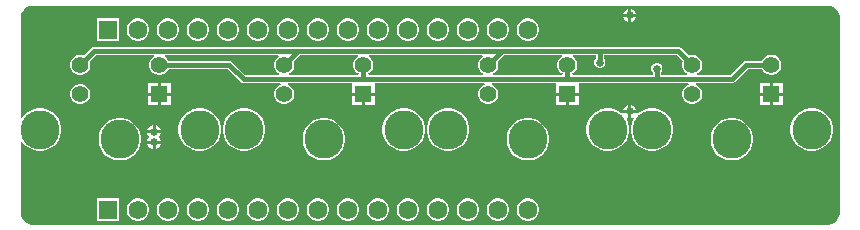
<source format=gbr>
%TF.GenerationSoftware,Altium Limited,Altium Designer,25.6.2 (33)*%
G04 Layer_Physical_Order=1*
G04 Layer_Color=255*
%FSLAX45Y45*%
%MOMM*%
%TF.SameCoordinates,5DA55B6F-82E9-41E6-B114-64E7E2ADA8B0*%
%TF.FilePolarity,Positive*%
%TF.FileFunction,Copper,L1,Top,Signal*%
%TF.Part,Single*%
G01*
G75*
%TA.AperFunction,Conductor*%
%ADD10C,0.38100*%
%ADD11C,0.25400*%
%TA.AperFunction,ComponentPad*%
%ADD12R,1.39800X1.39800*%
%ADD13C,1.59000*%
%ADD14R,1.59000X1.59000*%
%ADD15C,3.30600*%
%ADD16C,1.39800*%
%TA.AperFunction,ViaPad*%
%ADD17C,0.63500*%
G36*
X6858000Y1879103D02*
X6867958Y1879103D01*
X6887490Y1875218D01*
X6905891Y1867596D01*
X6922449Y1856532D01*
X6936532Y1842449D01*
X6947596Y1825891D01*
X6955218Y1807491D01*
X6959103Y1787957D01*
X6959104Y1777999D01*
X6959103Y127000D01*
X6959103Y117042D01*
X6955218Y97510D01*
X6947596Y79109D01*
X6936532Y62550D01*
X6922449Y48467D01*
X6905891Y37403D01*
X6887491Y29782D01*
X6867958Y25896D01*
X117042D01*
X97509Y29782D01*
X79109Y37403D01*
X62550Y48468D01*
X48467Y62550D01*
X37403Y79109D01*
X29781Y97509D01*
X25896Y117042D01*
Y127000D01*
Y724916D01*
X38596Y728769D01*
X47552Y715366D01*
X72666Y690252D01*
X102196Y670520D01*
X135009Y656929D01*
X169842Y650000D01*
X205358D01*
X240192Y656929D01*
X273004Y670520D01*
X302535Y690252D01*
X327648Y715366D01*
X347380Y744896D01*
X360971Y777709D01*
X367900Y812542D01*
Y848058D01*
X360971Y882892D01*
X347380Y915704D01*
X327648Y945235D01*
X302535Y970348D01*
X273004Y990080D01*
X240192Y1003671D01*
X205358Y1010600D01*
X169842D01*
X135009Y1003671D01*
X102196Y990080D01*
X72666Y970348D01*
X47552Y945235D01*
X38596Y931832D01*
X25896Y935684D01*
X25896Y1778000D01*
Y1787958D01*
X29782Y1807490D01*
X37403Y1825890D01*
X48467Y1842449D01*
X62550Y1856532D01*
X79109Y1867596D01*
X97509Y1875218D01*
X117042Y1879103D01*
X127001Y1879104D01*
X6858000Y1879103D01*
D02*
G37*
%LPC*%
G36*
X5193265Y1853485D02*
Y1809587D01*
X5237164D01*
X5229015Y1829260D01*
X5212938Y1845336D01*
X5193265Y1853485D01*
D02*
G37*
G36*
X5167865D02*
X5148193Y1845336D01*
X5132116Y1829260D01*
X5123967Y1809587D01*
X5167865D01*
Y1853485D01*
D02*
G37*
G36*
X5237164Y1784187D02*
X5193265D01*
Y1740289D01*
X5212938Y1748437D01*
X5229015Y1764514D01*
X5237164Y1784187D01*
D02*
G37*
G36*
X5167865D02*
X5123967D01*
X5132116Y1764514D01*
X5148193Y1748437D01*
X5167865Y1740289D01*
Y1784187D01*
D02*
G37*
G36*
X4330441Y1770900D02*
X4305559D01*
X4281524Y1764460D01*
X4259976Y1752019D01*
X4242381Y1734424D01*
X4229940Y1712876D01*
X4223500Y1688841D01*
Y1663959D01*
X4229940Y1639924D01*
X4242381Y1618376D01*
X4259976Y1600781D01*
X4281524Y1588340D01*
X4305559Y1581900D01*
X4330441D01*
X4354476Y1588340D01*
X4376024Y1600781D01*
X4393619Y1618376D01*
X4406060Y1639924D01*
X4412500Y1663959D01*
Y1688841D01*
X4406060Y1712876D01*
X4393619Y1734424D01*
X4376024Y1752019D01*
X4354476Y1764460D01*
X4330441Y1770900D01*
D02*
G37*
G36*
X4076441D02*
X4051559D01*
X4027524Y1764460D01*
X4005976Y1752019D01*
X3988381Y1734424D01*
X3975940Y1712876D01*
X3969500Y1688841D01*
Y1663959D01*
X3975940Y1639924D01*
X3988381Y1618376D01*
X4005976Y1600781D01*
X4027524Y1588340D01*
X4051559Y1581900D01*
X4076441D01*
X4100476Y1588340D01*
X4122024Y1600781D01*
X4139619Y1618376D01*
X4152060Y1639924D01*
X4158500Y1663959D01*
Y1688841D01*
X4152060Y1712876D01*
X4139619Y1734424D01*
X4122024Y1752019D01*
X4100476Y1764460D01*
X4076441Y1770900D01*
D02*
G37*
G36*
X3822441D02*
X3797559D01*
X3773524Y1764460D01*
X3751976Y1752019D01*
X3734381Y1734424D01*
X3721940Y1712876D01*
X3715500Y1688841D01*
Y1663959D01*
X3721940Y1639924D01*
X3734381Y1618376D01*
X3751976Y1600781D01*
X3773524Y1588340D01*
X3797559Y1581900D01*
X3822441D01*
X3846476Y1588340D01*
X3868024Y1600781D01*
X3885619Y1618376D01*
X3898060Y1639924D01*
X3904500Y1663959D01*
Y1688841D01*
X3898060Y1712876D01*
X3885619Y1734424D01*
X3868024Y1752019D01*
X3846476Y1764460D01*
X3822441Y1770900D01*
D02*
G37*
G36*
X3568441D02*
X3543559D01*
X3519524Y1764460D01*
X3497976Y1752019D01*
X3480381Y1734424D01*
X3467940Y1712876D01*
X3461500Y1688841D01*
Y1663959D01*
X3467940Y1639924D01*
X3480381Y1618376D01*
X3497976Y1600781D01*
X3519524Y1588340D01*
X3543559Y1581900D01*
X3568441D01*
X3592476Y1588340D01*
X3614024Y1600781D01*
X3631619Y1618376D01*
X3644060Y1639924D01*
X3650500Y1663959D01*
Y1688841D01*
X3644060Y1712876D01*
X3631619Y1734424D01*
X3614024Y1752019D01*
X3592476Y1764460D01*
X3568441Y1770900D01*
D02*
G37*
G36*
X3314441D02*
X3289559D01*
X3265524Y1764460D01*
X3243976Y1752019D01*
X3226381Y1734424D01*
X3213940Y1712876D01*
X3207500Y1688841D01*
Y1663959D01*
X3213940Y1639924D01*
X3226381Y1618376D01*
X3243976Y1600781D01*
X3265524Y1588340D01*
X3289559Y1581900D01*
X3314441D01*
X3338476Y1588340D01*
X3360024Y1600781D01*
X3377619Y1618376D01*
X3390060Y1639924D01*
X3396500Y1663959D01*
Y1688841D01*
X3390060Y1712876D01*
X3377619Y1734424D01*
X3360024Y1752019D01*
X3338476Y1764460D01*
X3314441Y1770900D01*
D02*
G37*
G36*
X3060441D02*
X3035559D01*
X3011524Y1764460D01*
X2989976Y1752019D01*
X2972381Y1734424D01*
X2959940Y1712876D01*
X2953500Y1688841D01*
Y1663959D01*
X2959940Y1639924D01*
X2972381Y1618376D01*
X2989976Y1600781D01*
X3011524Y1588340D01*
X3035559Y1581900D01*
X3060441D01*
X3084476Y1588340D01*
X3106024Y1600781D01*
X3123619Y1618376D01*
X3136060Y1639924D01*
X3142500Y1663959D01*
Y1688841D01*
X3136060Y1712876D01*
X3123619Y1734424D01*
X3106024Y1752019D01*
X3084476Y1764460D01*
X3060441Y1770900D01*
D02*
G37*
G36*
X2806441D02*
X2781559D01*
X2757524Y1764460D01*
X2735976Y1752019D01*
X2718381Y1734424D01*
X2705940Y1712876D01*
X2699500Y1688841D01*
Y1663959D01*
X2705940Y1639924D01*
X2718381Y1618376D01*
X2735976Y1600781D01*
X2757524Y1588340D01*
X2781559Y1581900D01*
X2806441D01*
X2830476Y1588340D01*
X2852024Y1600781D01*
X2869619Y1618376D01*
X2882060Y1639924D01*
X2888500Y1663959D01*
Y1688841D01*
X2882060Y1712876D01*
X2869619Y1734424D01*
X2852024Y1752019D01*
X2830476Y1764460D01*
X2806441Y1770900D01*
D02*
G37*
G36*
X2552441D02*
X2527559D01*
X2503524Y1764460D01*
X2481976Y1752019D01*
X2464381Y1734424D01*
X2451940Y1712876D01*
X2445500Y1688841D01*
Y1663959D01*
X2451940Y1639924D01*
X2464381Y1618376D01*
X2481976Y1600781D01*
X2503524Y1588340D01*
X2527559Y1581900D01*
X2552441D01*
X2576476Y1588340D01*
X2598024Y1600781D01*
X2615619Y1618376D01*
X2628060Y1639924D01*
X2634500Y1663959D01*
Y1688841D01*
X2628060Y1712876D01*
X2615619Y1734424D01*
X2598024Y1752019D01*
X2576476Y1764460D01*
X2552441Y1770900D01*
D02*
G37*
G36*
X2298441D02*
X2273559D01*
X2249524Y1764460D01*
X2227976Y1752019D01*
X2210381Y1734424D01*
X2197940Y1712876D01*
X2191500Y1688841D01*
Y1663959D01*
X2197940Y1639924D01*
X2210381Y1618376D01*
X2227976Y1600781D01*
X2249524Y1588340D01*
X2273559Y1581900D01*
X2298441D01*
X2322476Y1588340D01*
X2344024Y1600781D01*
X2361619Y1618376D01*
X2374060Y1639924D01*
X2380500Y1663959D01*
Y1688841D01*
X2374060Y1712876D01*
X2361619Y1734424D01*
X2344024Y1752019D01*
X2322476Y1764460D01*
X2298441Y1770900D01*
D02*
G37*
G36*
X2044441D02*
X2019559D01*
X1995524Y1764460D01*
X1973976Y1752019D01*
X1956381Y1734424D01*
X1943940Y1712876D01*
X1937500Y1688841D01*
Y1663959D01*
X1943940Y1639924D01*
X1956381Y1618376D01*
X1973976Y1600781D01*
X1995524Y1588340D01*
X2019559Y1581900D01*
X2044441D01*
X2068476Y1588340D01*
X2090024Y1600781D01*
X2107619Y1618376D01*
X2120060Y1639924D01*
X2126500Y1663959D01*
Y1688841D01*
X2120060Y1712876D01*
X2107619Y1734424D01*
X2090024Y1752019D01*
X2068476Y1764460D01*
X2044441Y1770900D01*
D02*
G37*
G36*
X1790441D02*
X1765559D01*
X1741524Y1764460D01*
X1719976Y1752019D01*
X1702381Y1734424D01*
X1689940Y1712876D01*
X1683500Y1688841D01*
Y1663959D01*
X1689940Y1639924D01*
X1702381Y1618376D01*
X1719976Y1600781D01*
X1741524Y1588340D01*
X1765559Y1581900D01*
X1790441D01*
X1814476Y1588340D01*
X1836024Y1600781D01*
X1853619Y1618376D01*
X1866060Y1639924D01*
X1872500Y1663959D01*
Y1688841D01*
X1866060Y1712876D01*
X1853619Y1734424D01*
X1836024Y1752019D01*
X1814476Y1764460D01*
X1790441Y1770900D01*
D02*
G37*
G36*
X1536441D02*
X1511559D01*
X1487524Y1764460D01*
X1465976Y1752019D01*
X1448381Y1734424D01*
X1435940Y1712876D01*
X1429500Y1688841D01*
Y1663959D01*
X1435940Y1639924D01*
X1448381Y1618376D01*
X1465976Y1600781D01*
X1487524Y1588340D01*
X1511559Y1581900D01*
X1536441D01*
X1560476Y1588340D01*
X1582024Y1600781D01*
X1599619Y1618376D01*
X1612060Y1639924D01*
X1618500Y1663959D01*
Y1688841D01*
X1612060Y1712876D01*
X1599619Y1734424D01*
X1582024Y1752019D01*
X1560476Y1764460D01*
X1536441Y1770900D01*
D02*
G37*
G36*
X1282441D02*
X1257559D01*
X1233524Y1764460D01*
X1211976Y1752019D01*
X1194381Y1734424D01*
X1181940Y1712876D01*
X1175500Y1688841D01*
Y1663959D01*
X1181940Y1639924D01*
X1194381Y1618376D01*
X1211976Y1600781D01*
X1233524Y1588340D01*
X1257559Y1581900D01*
X1282441D01*
X1306476Y1588340D01*
X1328024Y1600781D01*
X1345619Y1618376D01*
X1358060Y1639924D01*
X1364500Y1663959D01*
Y1688841D01*
X1358060Y1712876D01*
X1345619Y1734424D01*
X1328024Y1752019D01*
X1306476Y1764460D01*
X1282441Y1770900D01*
D02*
G37*
G36*
X1028441D02*
X1003559D01*
X979524Y1764460D01*
X957976Y1752019D01*
X940381Y1734424D01*
X927940Y1712876D01*
X921500Y1688841D01*
Y1663959D01*
X927940Y1639924D01*
X940381Y1618376D01*
X957976Y1600781D01*
X979524Y1588340D01*
X1003559Y1581900D01*
X1028441D01*
X1052476Y1588340D01*
X1074024Y1600781D01*
X1091619Y1618376D01*
X1104060Y1639924D01*
X1110500Y1663959D01*
Y1688841D01*
X1104060Y1712876D01*
X1091619Y1734424D01*
X1074024Y1752019D01*
X1052476Y1764460D01*
X1028441Y1770900D01*
D02*
G37*
G36*
X856500D02*
X667500D01*
Y1581900D01*
X856500D01*
Y1770900D01*
D02*
G37*
G36*
X5591100Y1533117D02*
X647700D01*
X634414Y1530474D01*
X623151Y1522949D01*
X559199Y1458996D01*
X539777Y1464200D01*
X517423D01*
X495830Y1458414D01*
X476470Y1447237D01*
X460663Y1431430D01*
X449486Y1412070D01*
X443700Y1390477D01*
Y1368123D01*
X449486Y1346530D01*
X460663Y1327170D01*
X476470Y1311363D01*
X495830Y1300186D01*
X517423Y1294400D01*
X539777D01*
X561370Y1300186D01*
X580730Y1311363D01*
X596537Y1327170D01*
X607714Y1346530D01*
X613500Y1368123D01*
Y1390477D01*
X608296Y1409899D01*
X662080Y1463683D01*
X1149556D01*
X1152959Y1450983D01*
X1146470Y1447237D01*
X1130663Y1431430D01*
X1119486Y1412070D01*
X1113700Y1390477D01*
Y1368123D01*
X1119486Y1346530D01*
X1130663Y1327170D01*
X1146470Y1311363D01*
X1165830Y1300186D01*
X1187423Y1294400D01*
X1209777D01*
X1231370Y1300186D01*
X1250730Y1311363D01*
X1266537Y1327170D01*
X1276590Y1344583D01*
X1776240D01*
X1888071Y1232751D01*
X1899334Y1225226D01*
X1912620Y1222583D01*
X2223108D01*
X2224780Y1209883D01*
X2223030Y1209414D01*
X2203670Y1198237D01*
X2187863Y1182430D01*
X2176686Y1163070D01*
X2170900Y1141477D01*
Y1119123D01*
X2176686Y1097530D01*
X2187863Y1078170D01*
X2203670Y1062363D01*
X2223030Y1051186D01*
X2244623Y1045400D01*
X2266977D01*
X2288570Y1051186D01*
X2307930Y1062363D01*
X2323737Y1078170D01*
X2334914Y1097530D01*
X2340700Y1119123D01*
Y1141477D01*
X2334914Y1163070D01*
X2323737Y1182430D01*
X2307930Y1198237D01*
X2288570Y1209414D01*
X2286820Y1209883D01*
X2288492Y1222583D01*
X2830500D01*
Y1143000D01*
X2925800D01*
X3021100D01*
Y1222583D01*
X3950308D01*
X3951980Y1209883D01*
X3950230Y1209414D01*
X3930870Y1198237D01*
X3915063Y1182430D01*
X3903886Y1163070D01*
X3898100Y1141477D01*
Y1119123D01*
X3903886Y1097530D01*
X3915063Y1078170D01*
X3930870Y1062363D01*
X3950230Y1051186D01*
X3971823Y1045400D01*
X3994177D01*
X4015770Y1051186D01*
X4035130Y1062363D01*
X4050937Y1078170D01*
X4062114Y1097530D01*
X4067900Y1119123D01*
Y1141477D01*
X4062114Y1163070D01*
X4050937Y1182430D01*
X4035130Y1198237D01*
X4015770Y1209414D01*
X4014020Y1209883D01*
X4015692Y1222583D01*
X4557700D01*
Y1143000D01*
X4653000D01*
Y1130300D01*
D01*
Y1143000D01*
X4748300D01*
Y1222583D01*
X5677508D01*
X5679180Y1209883D01*
X5677430Y1209414D01*
X5658070Y1198237D01*
X5642263Y1182430D01*
X5631086Y1163070D01*
X5625300Y1141477D01*
Y1119123D01*
X5631086Y1097530D01*
X5642263Y1078170D01*
X5658070Y1062363D01*
X5677430Y1051186D01*
X5699023Y1045400D01*
X5721377D01*
X5742970Y1051186D01*
X5762330Y1062363D01*
X5778137Y1078170D01*
X5789314Y1097530D01*
X5795100Y1119123D01*
Y1141477D01*
X5789314Y1163070D01*
X5778137Y1182430D01*
X5762330Y1198237D01*
X5742970Y1209414D01*
X5741220Y1209883D01*
X5742892Y1222583D01*
X6045200D01*
X6058486Y1225226D01*
X6069749Y1232751D01*
X6181580Y1344583D01*
X6302210D01*
X6312263Y1327170D01*
X6328070Y1311363D01*
X6347430Y1300186D01*
X6369023Y1294400D01*
X6391377D01*
X6412970Y1300186D01*
X6432330Y1311363D01*
X6448137Y1327170D01*
X6459314Y1346530D01*
X6465100Y1368123D01*
Y1390477D01*
X6459314Y1412070D01*
X6448137Y1431430D01*
X6432330Y1447237D01*
X6412970Y1458414D01*
X6391377Y1464200D01*
X6369023D01*
X6347430Y1458414D01*
X6328070Y1447237D01*
X6312263Y1431430D01*
X6302210Y1414017D01*
X6167200D01*
X6153914Y1411374D01*
X6142651Y1403849D01*
X6030820Y1292017D01*
X5754221D01*
X5750818Y1304717D01*
X5762330Y1311363D01*
X5778137Y1327170D01*
X5789314Y1346530D01*
X5795100Y1368123D01*
Y1390477D01*
X5789314Y1412070D01*
X5778137Y1431430D01*
X5762330Y1447237D01*
X5742970Y1458414D01*
X5721377Y1464200D01*
X5699023D01*
X5679601Y1458996D01*
X5615648Y1522949D01*
X5604386Y1530474D01*
X5591100Y1533117D01*
D02*
G37*
G36*
X6475500Y1225600D02*
X6392900D01*
Y1143000D01*
X6475500D01*
Y1225600D01*
D02*
G37*
G36*
X1293900D02*
X1211300D01*
Y1143000D01*
X1293900D01*
Y1225600D01*
D02*
G37*
G36*
X6367500D02*
X6284900D01*
Y1143000D01*
X6367500D01*
Y1225600D01*
D02*
G37*
G36*
X1185900D02*
X1103300D01*
Y1143000D01*
X1185900D01*
Y1225600D01*
D02*
G37*
G36*
X539777Y1215200D02*
X517423D01*
X495830Y1209414D01*
X476470Y1198237D01*
X460663Y1182430D01*
X449486Y1163070D01*
X443700Y1141477D01*
Y1119123D01*
X449486Y1097530D01*
X460663Y1078170D01*
X476470Y1062363D01*
X495830Y1051186D01*
X517423Y1045400D01*
X539777D01*
X561370Y1051186D01*
X580730Y1062363D01*
X596537Y1078170D01*
X607714Y1097530D01*
X613500Y1119123D01*
Y1141477D01*
X607714Y1163070D01*
X596537Y1182430D01*
X580730Y1198237D01*
X561370Y1209414D01*
X539777Y1215200D01*
D02*
G37*
G36*
X6475500Y1117600D02*
X6392900D01*
Y1035000D01*
X6475500D01*
Y1117600D01*
D02*
G37*
G36*
X6367500D02*
X6284900D01*
Y1035000D01*
X6367500D01*
Y1117600D01*
D02*
G37*
G36*
X4748300D02*
X4665700D01*
Y1035000D01*
X4748300D01*
Y1117600D01*
D02*
G37*
G36*
X4640300D02*
X4557700D01*
Y1035000D01*
X4640300D01*
Y1117600D01*
D02*
G37*
G36*
X3021100D02*
X2938500D01*
Y1035000D01*
X3021100D01*
Y1117600D01*
D02*
G37*
G36*
X2913100D02*
X2830500D01*
Y1035000D01*
X2913100D01*
Y1117600D01*
D02*
G37*
G36*
X1293900D02*
X1211300D01*
Y1035000D01*
X1293900D01*
Y1117600D01*
D02*
G37*
G36*
X1185900D02*
X1103300D01*
Y1035000D01*
X1185900D01*
Y1117600D01*
D02*
G37*
G36*
X5193265Y1040685D02*
Y996787D01*
X5237164D01*
X5229015Y1016460D01*
X5212938Y1032536D01*
X5193265Y1040685D01*
D02*
G37*
G36*
X5167865D02*
X5148193Y1032536D01*
X5132116Y1016460D01*
X5123967Y996787D01*
X5167865D01*
Y1040685D01*
D02*
G37*
G36*
X5386958Y1010600D02*
X5351442D01*
X5316609Y1003671D01*
X5283796Y990080D01*
X5254266Y970348D01*
X5247803Y963886D01*
X5237036Y971080D01*
X5237164Y971387D01*
X5193265D01*
Y927489D01*
X5205371Y932503D01*
X5213790Y922244D01*
X5209420Y915704D01*
X5195829Y882892D01*
X5188900Y848058D01*
Y812542D01*
X5195829Y777709D01*
X5209420Y744896D01*
X5229152Y715366D01*
X5254266Y690252D01*
X5283796Y670520D01*
X5316609Y656929D01*
X5351442Y650000D01*
X5386958D01*
X5421792Y656929D01*
X5454604Y670520D01*
X5484135Y690252D01*
X5509248Y715366D01*
X5528980Y744896D01*
X5542571Y777709D01*
X5549500Y812542D01*
Y848058D01*
X5542571Y882892D01*
X5528980Y915704D01*
X5509248Y945235D01*
X5484135Y970348D01*
X5454604Y990080D01*
X5421792Y1003671D01*
X5386958Y1010600D01*
D02*
G37*
G36*
X5011758D02*
X4976242D01*
X4941408Y1003671D01*
X4908596Y990080D01*
X4879065Y970348D01*
X4853952Y945235D01*
X4834220Y915704D01*
X4820629Y882892D01*
X4813700Y848058D01*
Y812542D01*
X4820629Y777709D01*
X4834220Y744896D01*
X4853952Y715366D01*
X4879065Y690252D01*
X4908596Y670520D01*
X4941408Y656929D01*
X4976242Y650000D01*
X5011758D01*
X5046591Y656929D01*
X5079404Y670520D01*
X5108934Y690252D01*
X5134048Y715366D01*
X5153780Y744896D01*
X5167371Y777709D01*
X5174300Y812542D01*
Y848058D01*
X5167371Y882892D01*
X5153780Y915704D01*
X5150202Y921059D01*
X5158621Y931318D01*
X5167865Y927489D01*
Y971387D01*
X5120507D01*
X5120502Y971382D01*
X5111865Y967418D01*
X5108934Y970348D01*
X5079404Y990080D01*
X5046591Y1003671D01*
X5011758Y1010600D01*
D02*
G37*
G36*
X1166900Y868358D02*
Y824460D01*
X1210798D01*
X1202650Y844133D01*
X1186573Y860209D01*
X1166900Y868358D01*
D02*
G37*
G36*
X1141500D02*
X1121827Y860209D01*
X1105751Y844133D01*
X1097602Y824460D01*
X1141500D01*
Y868358D01*
D02*
G37*
G36*
X1210798Y799060D02*
X1097602D01*
X1105751Y779387D01*
X1116788Y768350D01*
X1104711Y756273D01*
X1096562Y736600D01*
X1209758D01*
X1201609Y756273D01*
X1190572Y767310D01*
X1202650Y779387D01*
X1210798Y799060D01*
D02*
G37*
G36*
X1209758Y711200D02*
X1165860D01*
Y667302D01*
X1185533Y675451D01*
X1201609Y691527D01*
X1209758Y711200D01*
D02*
G37*
G36*
X1140460D02*
X1096562D01*
X1104711Y691527D01*
X1120787Y675451D01*
X1140460Y667302D01*
Y711200D01*
D02*
G37*
G36*
X6738958Y1010600D02*
X6703442D01*
X6668608Y1003671D01*
X6635796Y990080D01*
X6606265Y970348D01*
X6581152Y945235D01*
X6561420Y915704D01*
X6547829Y882892D01*
X6540900Y848058D01*
Y812542D01*
X6547829Y777709D01*
X6561420Y744896D01*
X6581152Y715366D01*
X6606265Y690252D01*
X6635796Y670520D01*
X6668608Y656929D01*
X6703442Y650000D01*
X6738958D01*
X6773791Y656929D01*
X6806604Y670520D01*
X6836134Y690252D01*
X6861248Y715366D01*
X6880980Y744896D01*
X6894571Y777709D01*
X6901500Y812542D01*
Y848058D01*
X6894571Y882892D01*
X6880980Y915704D01*
X6861248Y945235D01*
X6836134Y970348D01*
X6806604Y990080D01*
X6773791Y1003671D01*
X6738958Y1010600D01*
D02*
G37*
G36*
X3659758D02*
X3624242D01*
X3589409Y1003671D01*
X3556596Y990080D01*
X3527066Y970348D01*
X3501952Y945235D01*
X3482220Y915704D01*
X3468629Y882892D01*
X3461700Y848058D01*
Y812542D01*
X3468629Y777709D01*
X3482220Y744896D01*
X3501952Y715366D01*
X3527066Y690252D01*
X3556596Y670520D01*
X3589409Y656929D01*
X3624242Y650000D01*
X3659758D01*
X3694592Y656929D01*
X3727404Y670520D01*
X3756935Y690252D01*
X3782048Y715366D01*
X3801780Y744896D01*
X3815371Y777709D01*
X3822300Y812542D01*
Y848058D01*
X3815371Y882892D01*
X3801780Y915704D01*
X3782048Y945235D01*
X3756935Y970348D01*
X3727404Y990080D01*
X3694592Y1003671D01*
X3659758Y1010600D01*
D02*
G37*
G36*
X3284558D02*
X3249042D01*
X3214208Y1003671D01*
X3181396Y990080D01*
X3151865Y970348D01*
X3126752Y945235D01*
X3107020Y915704D01*
X3093429Y882892D01*
X3086500Y848058D01*
Y812542D01*
X3093429Y777709D01*
X3107020Y744896D01*
X3126752Y715366D01*
X3151865Y690252D01*
X3181396Y670520D01*
X3214208Y656929D01*
X3249042Y650000D01*
X3284558D01*
X3319391Y656929D01*
X3352204Y670520D01*
X3381734Y690252D01*
X3406848Y715366D01*
X3426580Y744896D01*
X3440171Y777709D01*
X3447100Y812542D01*
Y848058D01*
X3440171Y882892D01*
X3426580Y915704D01*
X3406848Y945235D01*
X3381734Y970348D01*
X3352204Y990080D01*
X3319391Y1003671D01*
X3284558Y1010600D01*
D02*
G37*
G36*
X1932558D02*
X1897042D01*
X1862209Y1003671D01*
X1829396Y990080D01*
X1799866Y970348D01*
X1774752Y945235D01*
X1755020Y915704D01*
X1741429Y882892D01*
X1734500Y848058D01*
Y812542D01*
X1741429Y777709D01*
X1755020Y744896D01*
X1774752Y715366D01*
X1799866Y690252D01*
X1829396Y670520D01*
X1862209Y656929D01*
X1897042Y650000D01*
X1932558D01*
X1967392Y656929D01*
X2000204Y670520D01*
X2029735Y690252D01*
X2054848Y715366D01*
X2074580Y744896D01*
X2088171Y777709D01*
X2095100Y812542D01*
Y848058D01*
X2088171Y882892D01*
X2074580Y915704D01*
X2054848Y945235D01*
X2029735Y970348D01*
X2000204Y990080D01*
X1967392Y1003671D01*
X1932558Y1010600D01*
D02*
G37*
G36*
X1557358D02*
X1521842D01*
X1487008Y1003671D01*
X1454196Y990080D01*
X1424665Y970348D01*
X1399552Y945235D01*
X1379820Y915704D01*
X1366229Y882892D01*
X1359300Y848058D01*
Y812542D01*
X1366229Y777709D01*
X1379820Y744896D01*
X1399552Y715366D01*
X1424665Y690252D01*
X1454196Y670520D01*
X1487008Y656929D01*
X1521842Y650000D01*
X1557358D01*
X1592191Y656929D01*
X1625004Y670520D01*
X1654534Y690252D01*
X1679648Y715366D01*
X1699380Y744896D01*
X1712971Y777709D01*
X1719900Y812542D01*
Y848058D01*
X1712971Y882892D01*
X1699380Y915704D01*
X1679648Y945235D01*
X1654534Y970348D01*
X1625004Y990080D01*
X1592191Y1003671D01*
X1557358Y1010600D01*
D02*
G37*
G36*
X6062958Y929600D02*
X6027442D01*
X5992609Y922671D01*
X5959796Y909080D01*
X5930266Y889348D01*
X5905152Y864234D01*
X5885420Y834704D01*
X5871829Y801891D01*
X5864900Y767058D01*
Y731542D01*
X5871829Y696709D01*
X5885420Y663896D01*
X5905152Y634366D01*
X5930266Y609252D01*
X5959796Y589520D01*
X5992609Y575929D01*
X6027442Y569000D01*
X6062958D01*
X6097791Y575929D01*
X6130604Y589520D01*
X6160134Y609252D01*
X6185248Y634366D01*
X6204980Y663896D01*
X6218571Y696709D01*
X6225500Y731542D01*
Y767058D01*
X6218571Y801891D01*
X6204980Y834704D01*
X6185248Y864234D01*
X6160134Y889348D01*
X6130604Y909080D01*
X6097791Y922671D01*
X6062958Y929600D01*
D02*
G37*
G36*
X4335758D02*
X4300242D01*
X4265409Y922671D01*
X4232596Y909080D01*
X4203066Y889348D01*
X4177952Y864234D01*
X4158220Y834704D01*
X4144629Y801891D01*
X4137700Y767058D01*
Y731542D01*
X4144629Y696709D01*
X4158220Y663896D01*
X4177952Y634366D01*
X4203066Y609252D01*
X4232596Y589520D01*
X4265409Y575929D01*
X4300242Y569000D01*
X4335758D01*
X4370591Y575929D01*
X4403404Y589520D01*
X4432934Y609252D01*
X4458048Y634366D01*
X4477780Y663896D01*
X4491371Y696709D01*
X4498300Y731542D01*
Y767058D01*
X4491371Y801891D01*
X4477780Y834704D01*
X4458048Y864234D01*
X4432934Y889348D01*
X4403404Y909080D01*
X4370591Y922671D01*
X4335758Y929600D01*
D02*
G37*
G36*
X2608558D02*
X2573042D01*
X2538209Y922671D01*
X2505396Y909080D01*
X2475866Y889348D01*
X2450752Y864234D01*
X2431020Y834704D01*
X2417429Y801891D01*
X2410500Y767058D01*
Y731542D01*
X2417429Y696709D01*
X2431020Y663896D01*
X2450752Y634366D01*
X2475866Y609252D01*
X2505396Y589520D01*
X2538209Y575929D01*
X2573042Y569000D01*
X2608558D01*
X2643391Y575929D01*
X2676204Y589520D01*
X2705734Y609252D01*
X2730848Y634366D01*
X2750580Y663896D01*
X2764171Y696709D01*
X2771100Y731542D01*
Y767058D01*
X2764171Y801891D01*
X2750580Y834704D01*
X2730848Y864234D01*
X2705734Y889348D01*
X2676204Y909080D01*
X2643391Y922671D01*
X2608558Y929600D01*
D02*
G37*
G36*
X881358D02*
X845842D01*
X811009Y922671D01*
X778196Y909080D01*
X748666Y889348D01*
X723552Y864234D01*
X703820Y834704D01*
X690229Y801891D01*
X683300Y767058D01*
Y731542D01*
X690229Y696709D01*
X703820Y663896D01*
X723552Y634366D01*
X748666Y609252D01*
X778196Y589520D01*
X811009Y575929D01*
X845842Y569000D01*
X881358D01*
X916191Y575929D01*
X949004Y589520D01*
X978534Y609252D01*
X1003648Y634366D01*
X1023380Y663896D01*
X1036971Y696709D01*
X1043900Y731542D01*
Y767058D01*
X1036971Y801891D01*
X1023380Y834704D01*
X1003648Y864234D01*
X978534Y889348D01*
X949004Y909080D01*
X916191Y922671D01*
X881358Y929600D01*
D02*
G37*
G36*
X4330441Y246900D02*
X4305559D01*
X4281524Y240460D01*
X4259976Y228019D01*
X4242381Y210424D01*
X4229940Y188876D01*
X4223500Y164841D01*
Y139959D01*
X4229940Y115924D01*
X4242381Y94376D01*
X4259976Y76781D01*
X4281524Y64340D01*
X4305559Y57900D01*
X4330441D01*
X4354476Y64340D01*
X4376024Y76781D01*
X4393619Y94376D01*
X4406060Y115924D01*
X4412500Y139959D01*
Y164841D01*
X4406060Y188876D01*
X4393619Y210424D01*
X4376024Y228019D01*
X4354476Y240460D01*
X4330441Y246900D01*
D02*
G37*
G36*
X4076441D02*
X4051559D01*
X4027524Y240460D01*
X4005976Y228019D01*
X3988381Y210424D01*
X3975940Y188876D01*
X3969500Y164841D01*
Y139959D01*
X3975940Y115924D01*
X3988381Y94376D01*
X4005976Y76781D01*
X4027524Y64340D01*
X4051559Y57900D01*
X4076441D01*
X4100476Y64340D01*
X4122024Y76781D01*
X4139619Y94376D01*
X4152060Y115924D01*
X4158500Y139959D01*
Y164841D01*
X4152060Y188876D01*
X4139619Y210424D01*
X4122024Y228019D01*
X4100476Y240460D01*
X4076441Y246900D01*
D02*
G37*
G36*
X3822441D02*
X3797559D01*
X3773524Y240460D01*
X3751976Y228019D01*
X3734381Y210424D01*
X3721940Y188876D01*
X3715500Y164841D01*
Y139959D01*
X3721940Y115924D01*
X3734381Y94376D01*
X3751976Y76781D01*
X3773524Y64340D01*
X3797559Y57900D01*
X3822441D01*
X3846476Y64340D01*
X3868024Y76781D01*
X3885619Y94376D01*
X3898060Y115924D01*
X3904500Y139959D01*
Y164841D01*
X3898060Y188876D01*
X3885619Y210424D01*
X3868024Y228019D01*
X3846476Y240460D01*
X3822441Y246900D01*
D02*
G37*
G36*
X3568441D02*
X3543559D01*
X3519524Y240460D01*
X3497976Y228019D01*
X3480381Y210424D01*
X3467940Y188876D01*
X3461500Y164841D01*
Y139959D01*
X3467940Y115924D01*
X3480381Y94376D01*
X3497976Y76781D01*
X3519524Y64340D01*
X3543559Y57900D01*
X3568441D01*
X3592476Y64340D01*
X3614024Y76781D01*
X3631619Y94376D01*
X3644060Y115924D01*
X3650500Y139959D01*
Y164841D01*
X3644060Y188876D01*
X3631619Y210424D01*
X3614024Y228019D01*
X3592476Y240460D01*
X3568441Y246900D01*
D02*
G37*
G36*
X3314441D02*
X3289559D01*
X3265524Y240460D01*
X3243976Y228019D01*
X3226381Y210424D01*
X3213940Y188876D01*
X3207500Y164841D01*
Y139959D01*
X3213940Y115924D01*
X3226381Y94376D01*
X3243976Y76781D01*
X3265524Y64340D01*
X3289559Y57900D01*
X3314441D01*
X3338476Y64340D01*
X3360024Y76781D01*
X3377619Y94376D01*
X3390060Y115924D01*
X3396500Y139959D01*
Y164841D01*
X3390060Y188876D01*
X3377619Y210424D01*
X3360024Y228019D01*
X3338476Y240460D01*
X3314441Y246900D01*
D02*
G37*
G36*
X3060441D02*
X3035559D01*
X3011524Y240460D01*
X2989976Y228019D01*
X2972381Y210424D01*
X2959940Y188876D01*
X2953500Y164841D01*
Y139959D01*
X2959940Y115924D01*
X2972381Y94376D01*
X2989976Y76781D01*
X3011524Y64340D01*
X3035559Y57900D01*
X3060441D01*
X3084476Y64340D01*
X3106024Y76781D01*
X3123619Y94376D01*
X3136060Y115924D01*
X3142500Y139959D01*
Y164841D01*
X3136060Y188876D01*
X3123619Y210424D01*
X3106024Y228019D01*
X3084476Y240460D01*
X3060441Y246900D01*
D02*
G37*
G36*
X2806441D02*
X2781559D01*
X2757524Y240460D01*
X2735976Y228019D01*
X2718381Y210424D01*
X2705940Y188876D01*
X2699500Y164841D01*
Y139959D01*
X2705940Y115924D01*
X2718381Y94376D01*
X2735976Y76781D01*
X2757524Y64340D01*
X2781559Y57900D01*
X2806441D01*
X2830476Y64340D01*
X2852024Y76781D01*
X2869619Y94376D01*
X2882060Y115924D01*
X2888500Y139959D01*
Y164841D01*
X2882060Y188876D01*
X2869619Y210424D01*
X2852024Y228019D01*
X2830476Y240460D01*
X2806441Y246900D01*
D02*
G37*
G36*
X2552441D02*
X2527559D01*
X2503524Y240460D01*
X2481976Y228019D01*
X2464381Y210424D01*
X2451940Y188876D01*
X2445500Y164841D01*
Y139959D01*
X2451940Y115924D01*
X2464381Y94376D01*
X2481976Y76781D01*
X2503524Y64340D01*
X2527559Y57900D01*
X2552441D01*
X2576476Y64340D01*
X2598024Y76781D01*
X2615619Y94376D01*
X2628060Y115924D01*
X2634500Y139959D01*
Y164841D01*
X2628060Y188876D01*
X2615619Y210424D01*
X2598024Y228019D01*
X2576476Y240460D01*
X2552441Y246900D01*
D02*
G37*
G36*
X2298441D02*
X2273559D01*
X2249524Y240460D01*
X2227976Y228019D01*
X2210381Y210424D01*
X2197940Y188876D01*
X2191500Y164841D01*
Y139959D01*
X2197940Y115924D01*
X2210381Y94376D01*
X2227976Y76781D01*
X2249524Y64340D01*
X2273559Y57900D01*
X2298441D01*
X2322476Y64340D01*
X2344024Y76781D01*
X2361619Y94376D01*
X2374060Y115924D01*
X2380500Y139959D01*
Y164841D01*
X2374060Y188876D01*
X2361619Y210424D01*
X2344024Y228019D01*
X2322476Y240460D01*
X2298441Y246900D01*
D02*
G37*
G36*
X2044441D02*
X2019559D01*
X1995524Y240460D01*
X1973976Y228019D01*
X1956381Y210424D01*
X1943940Y188876D01*
X1937500Y164841D01*
Y139959D01*
X1943940Y115924D01*
X1956381Y94376D01*
X1973976Y76781D01*
X1995524Y64340D01*
X2019559Y57900D01*
X2044441D01*
X2068476Y64340D01*
X2090024Y76781D01*
X2107619Y94376D01*
X2120060Y115924D01*
X2126500Y139959D01*
Y164841D01*
X2120060Y188876D01*
X2107619Y210424D01*
X2090024Y228019D01*
X2068476Y240460D01*
X2044441Y246900D01*
D02*
G37*
G36*
X1790441D02*
X1765559D01*
X1741524Y240460D01*
X1719976Y228019D01*
X1702381Y210424D01*
X1689940Y188876D01*
X1683500Y164841D01*
Y139959D01*
X1689940Y115924D01*
X1702381Y94376D01*
X1719976Y76781D01*
X1741524Y64340D01*
X1765559Y57900D01*
X1790441D01*
X1814476Y64340D01*
X1836024Y76781D01*
X1853619Y94376D01*
X1866060Y115924D01*
X1872500Y139959D01*
Y164841D01*
X1866060Y188876D01*
X1853619Y210424D01*
X1836024Y228019D01*
X1814476Y240460D01*
X1790441Y246900D01*
D02*
G37*
G36*
X1536441D02*
X1511559D01*
X1487524Y240460D01*
X1465976Y228019D01*
X1448381Y210424D01*
X1435940Y188876D01*
X1429500Y164841D01*
Y139959D01*
X1435940Y115924D01*
X1448381Y94376D01*
X1465976Y76781D01*
X1487524Y64340D01*
X1511559Y57900D01*
X1536441D01*
X1560476Y64340D01*
X1582024Y76781D01*
X1599619Y94376D01*
X1612060Y115924D01*
X1618500Y139959D01*
Y164841D01*
X1612060Y188876D01*
X1599619Y210424D01*
X1582024Y228019D01*
X1560476Y240460D01*
X1536441Y246900D01*
D02*
G37*
G36*
X1282441D02*
X1257559D01*
X1233524Y240460D01*
X1211976Y228019D01*
X1194381Y210424D01*
X1181940Y188876D01*
X1175500Y164841D01*
Y139959D01*
X1181940Y115924D01*
X1194381Y94376D01*
X1211976Y76781D01*
X1233524Y64340D01*
X1257559Y57900D01*
X1282441D01*
X1306476Y64340D01*
X1328024Y76781D01*
X1345619Y94376D01*
X1358060Y115924D01*
X1364500Y139959D01*
Y164841D01*
X1358060Y188876D01*
X1345619Y210424D01*
X1328024Y228019D01*
X1306476Y240460D01*
X1282441Y246900D01*
D02*
G37*
G36*
X1028441D02*
X1003559D01*
X979524Y240460D01*
X957976Y228019D01*
X940381Y210424D01*
X927940Y188876D01*
X921500Y164841D01*
Y139959D01*
X927940Y115924D01*
X940381Y94376D01*
X957976Y76781D01*
X979524Y64340D01*
X1003559Y57900D01*
X1028441D01*
X1052476Y64340D01*
X1074024Y76781D01*
X1091619Y94376D01*
X1104060Y115924D01*
X1110500Y139959D01*
Y164841D01*
X1104060Y188876D01*
X1091619Y210424D01*
X1074024Y228019D01*
X1052476Y240460D01*
X1028441Y246900D01*
D02*
G37*
G36*
X856500D02*
X667500D01*
Y57900D01*
X856500D01*
Y246900D01*
D02*
G37*
%LPD*%
G36*
X5630504Y1409899D02*
X5625300Y1390477D01*
Y1368123D01*
X5631086Y1346530D01*
X5642263Y1327170D01*
X5658070Y1311363D01*
X5669581Y1304717D01*
X5666179Y1292017D01*
X5444917D01*
Y1314803D01*
X5449833Y1319718D01*
X5456950Y1336901D01*
Y1355499D01*
X5449833Y1372682D01*
X5436682Y1385833D01*
X5419499Y1392950D01*
X5400901D01*
X5383718Y1385833D01*
X5370567Y1372682D01*
X5363450Y1355499D01*
Y1336901D01*
X5370567Y1319718D01*
X5375483Y1314803D01*
Y1292017D01*
X4697021D01*
X4693619Y1304717D01*
X4705130Y1311363D01*
X4720937Y1327170D01*
X4732114Y1346530D01*
X4737900Y1368123D01*
Y1390477D01*
X4732114Y1412070D01*
X4720937Y1431430D01*
X4705130Y1447237D01*
X4698641Y1450983D01*
X4702044Y1463683D01*
X4892883D01*
Y1428397D01*
X4887967Y1423482D01*
X4880850Y1406299D01*
Y1387701D01*
X4887967Y1370518D01*
X4901118Y1357367D01*
X4918301Y1350250D01*
X4936899D01*
X4954082Y1357367D01*
X4967233Y1370518D01*
X4974350Y1387701D01*
Y1406299D01*
X4967233Y1423482D01*
X4962317Y1428397D01*
Y1463683D01*
X5576720D01*
X5630504Y1409899D01*
D02*
G37*
G36*
X4607359Y1450983D02*
X4600870Y1447237D01*
X4585063Y1431430D01*
X4573886Y1412070D01*
X4568100Y1390477D01*
Y1368123D01*
X4573886Y1346530D01*
X4585063Y1327170D01*
X4600870Y1311363D01*
X4612382Y1304717D01*
X4608979Y1292017D01*
X4027021D01*
X4023618Y1304717D01*
X4035130Y1311363D01*
X4050937Y1327170D01*
X4062114Y1346530D01*
X4067900Y1368123D01*
Y1390477D01*
X4062696Y1409899D01*
X4116480Y1463683D01*
X4603956D01*
X4607359Y1450983D01*
D02*
G37*
G36*
X3937359D02*
X3930870Y1447237D01*
X3915063Y1431430D01*
X3903886Y1412070D01*
X3898100Y1390477D01*
Y1368123D01*
X3903886Y1346530D01*
X3915063Y1327170D01*
X3930870Y1311363D01*
X3942381Y1304717D01*
X3938979Y1292017D01*
X2969821D01*
X2966419Y1304717D01*
X2977930Y1311363D01*
X2993737Y1327170D01*
X3004914Y1346530D01*
X3010700Y1368123D01*
Y1390477D01*
X3004914Y1412070D01*
X2993737Y1431430D01*
X2977930Y1447237D01*
X2971441Y1450983D01*
X2974844Y1463683D01*
X3933956D01*
X3937359Y1450983D01*
D02*
G37*
G36*
X2880159D02*
X2873670Y1447237D01*
X2857863Y1431430D01*
X2846686Y1412070D01*
X2840900Y1390477D01*
Y1368123D01*
X2846686Y1346530D01*
X2857863Y1327170D01*
X2873670Y1311363D01*
X2885182Y1304717D01*
X2881779Y1292017D01*
X2299821D01*
X2296418Y1304717D01*
X2307930Y1311363D01*
X2323737Y1327170D01*
X2334914Y1346530D01*
X2340700Y1368123D01*
Y1390477D01*
X2335496Y1409899D01*
X2389280Y1463683D01*
X2876756D01*
X2880159Y1450983D01*
D02*
G37*
G36*
X2210159D02*
X2203670Y1447237D01*
X2187863Y1431430D01*
X2176686Y1412070D01*
X2170900Y1390477D01*
Y1368123D01*
X2176686Y1346530D01*
X2187863Y1327170D01*
X2203670Y1311363D01*
X2215181Y1304717D01*
X2211779Y1292017D01*
X1927000D01*
X1815169Y1403849D01*
X1803906Y1411374D01*
X1790620Y1414017D01*
X1276590D01*
X1266537Y1431430D01*
X1250730Y1447237D01*
X1244241Y1450983D01*
X1247644Y1463683D01*
X2206756D01*
X2210159Y1450983D01*
D02*
G37*
D10*
X4927600Y1397000D02*
Y1498400D01*
X5591100D01*
X5410200Y1257300D02*
Y1346200D01*
Y1257300D02*
X6045200D01*
X4653280D02*
X5410200D01*
X4653280D02*
Y1379020D01*
X2925800Y1262660D02*
Y1379300D01*
X2931160Y1257300D02*
X4653280D01*
X1790620Y1379300D02*
X1912620Y1257300D01*
X6045200D02*
X6167200Y1379300D01*
X1912620Y1257300D02*
X2931160D01*
X6167200Y1379300D02*
X6380200D01*
X1198600D02*
X1790620D01*
X4097020Y1493320D02*
Y1498400D01*
X3983000Y1379300D02*
X4097020Y1493320D01*
Y1498400D02*
X4927600D01*
X2374900D02*
X2379980D01*
X2255800Y1379300D02*
X2374900Y1498400D01*
X2379980D02*
X4097020D01*
X5591100D02*
X5710200Y1379300D01*
X647700Y1498400D02*
X2379980D01*
X528600Y1379300D02*
X647700Y1498400D01*
D11*
X4653000Y1379300D02*
X4653280Y1379020D01*
X2925800Y1262660D02*
X2931160Y1257300D01*
D12*
X6380200Y1130300D02*
D03*
X4653000D02*
D03*
X2925800D02*
D03*
X1198600D02*
D03*
D13*
X1524000Y152400D02*
D03*
X1778000Y1676400D02*
D03*
X4318000D02*
D03*
X4064000D02*
D03*
X3810000D02*
D03*
X3556000D02*
D03*
X3302000D02*
D03*
X3048000D02*
D03*
X2794000D02*
D03*
X2540000D02*
D03*
X2286000D02*
D03*
X2032000D02*
D03*
X1524000D02*
D03*
X1270000D02*
D03*
X1016000D02*
D03*
X4318000Y152400D02*
D03*
X4064000D02*
D03*
X3810000D02*
D03*
X3556000D02*
D03*
X3302000D02*
D03*
X3048000D02*
D03*
X2794000D02*
D03*
X2540000D02*
D03*
X2286000D02*
D03*
X2032000D02*
D03*
X1778000D02*
D03*
X1270000D02*
D03*
X1016000D02*
D03*
D14*
X762000Y1676400D02*
D03*
Y152400D02*
D03*
D15*
X1539600Y830300D02*
D03*
X187600D02*
D03*
X863600Y749300D02*
D03*
X6045200D02*
D03*
X5369200Y830300D02*
D03*
X6721200D02*
D03*
X4318000Y749300D02*
D03*
X3642000Y830300D02*
D03*
X4994000D02*
D03*
X2590800Y749300D02*
D03*
X1914800Y830300D02*
D03*
X3266800D02*
D03*
D16*
X528600Y1379300D02*
D03*
Y1130300D02*
D03*
X1198600Y1379300D02*
D03*
X6380200D02*
D03*
X5710200Y1130300D02*
D03*
Y1379300D02*
D03*
X4653000D02*
D03*
X3983000Y1130300D02*
D03*
Y1379300D02*
D03*
X2925800D02*
D03*
X2255800Y1130300D02*
D03*
Y1379300D02*
D03*
D17*
X5410200Y1346200D02*
D03*
X4927600Y1397000D02*
D03*
X5180565Y984087D02*
D03*
Y1796887D02*
D03*
X1153160Y723900D02*
D03*
X1154200Y811760D02*
D03*
%TF.MD5,6c3afdababd2ce4665759cd6f8136c14*%
M02*

</source>
